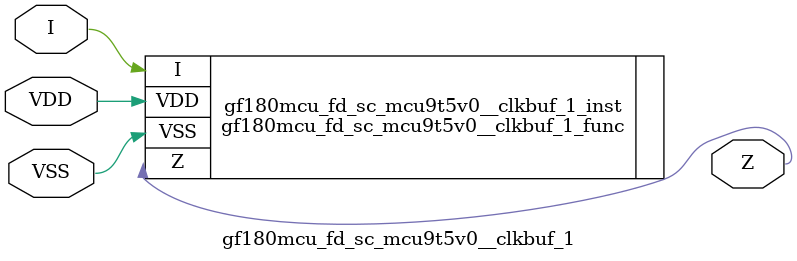
<source format=v>

module gf180mcu_fd_sc_mcu9t5v0__clkbuf_1( I, Z, VDD, VSS );
input I;
inout VDD, VSS;
output Z;

   `ifdef FUNCTIONAL  //  functional //

	gf180mcu_fd_sc_mcu9t5v0__clkbuf_1_func gf180mcu_fd_sc_mcu9t5v0__clkbuf_1_behav_inst(.I(I),.Z(Z),.VDD(VDD),.VSS(VSS));

   `else

	gf180mcu_fd_sc_mcu9t5v0__clkbuf_1_func gf180mcu_fd_sc_mcu9t5v0__clkbuf_1_inst(.I(I),.Z(Z),.VDD(VDD),.VSS(VSS));

	// spec_gates_begin


	// spec_gates_end



   specify

	// specify_block_begin

	// comb arc I --> Z
	 (I => Z) = (1.0,1.0);

	// specify_block_end

   endspecify

   `endif

endmodule

</source>
